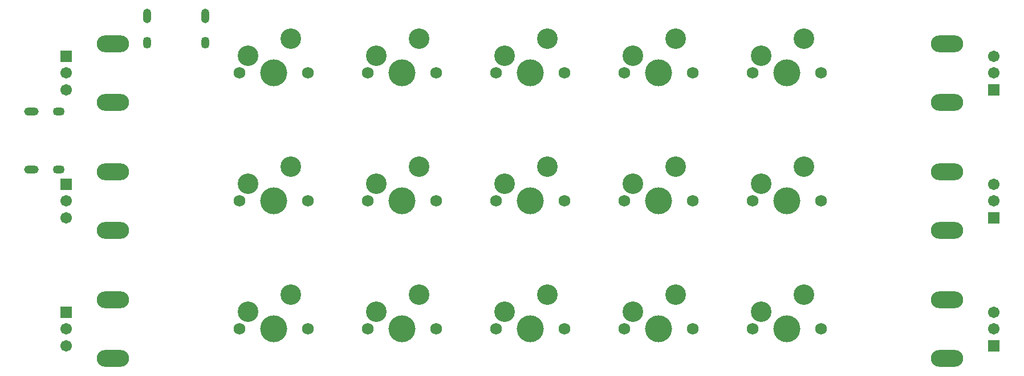
<source format=gbr>
%TF.GenerationSoftware,KiCad,Pcbnew,8.0.5*%
%TF.CreationDate,2024-11-23T20:31:31+11:00*%
%TF.ProjectId,Macro Mixer,4d616372-6f20-44d6-9978-65722e6b6963,rev?*%
%TF.SameCoordinates,Original*%
%TF.FileFunction,Soldermask,Top*%
%TF.FilePolarity,Negative*%
%FSLAX46Y46*%
G04 Gerber Fmt 4.6, Leading zero omitted, Abs format (unit mm)*
G04 Created by KiCad (PCBNEW 8.0.5) date 2024-11-23 20:31:31*
%MOMM*%
%LPD*%
G01*
G04 APERTURE LIST*
G04 Aperture macros list*
%AMRoundRect*
0 Rectangle with rounded corners*
0 $1 Rounding radius*
0 $2 $3 $4 $5 $6 $7 $8 $9 X,Y pos of 4 corners*
0 Add a 4 corners polygon primitive as box body*
4,1,4,$2,$3,$4,$5,$6,$7,$8,$9,$2,$3,0*
0 Add four circle primitives for the rounded corners*
1,1,$1+$1,$2,$3*
1,1,$1+$1,$4,$5*
1,1,$1+$1,$6,$7*
1,1,$1+$1,$8,$9*
0 Add four rect primitives between the rounded corners*
20,1,$1+$1,$2,$3,$4,$5,0*
20,1,$1+$1,$4,$5,$6,$7,0*
20,1,$1+$1,$6,$7,$8,$9,0*
20,1,$1+$1,$8,$9,$2,$3,0*%
G04 Aperture macros list end*
%ADD10RoundRect,0.102000X0.754000X-0.754000X0.754000X0.754000X-0.754000X0.754000X-0.754000X-0.754000X0*%
%ADD11C,1.712000*%
%ADD12O,4.804000X2.504000*%
%ADD13RoundRect,0.102000X-0.754000X0.754000X-0.754000X-0.754000X0.754000X-0.754000X0.754000X0.754000X0*%
%ADD14C,1.750000*%
%ADD15C,3.050000*%
%ADD16C,4.000000*%
%ADD17O,1.254000X1.754000*%
%ADD18O,1.254000X2.154000*%
%ADD19O,1.754000X1.254000*%
%ADD20O,2.154000X1.254000*%
G04 APERTURE END LIST*
D10*
%TO.C,R21*%
X221412500Y-102512500D03*
D11*
X221412500Y-100012500D03*
X221412500Y-97512500D03*
D12*
X214412500Y-104412500D03*
X214412500Y-95612500D03*
%TD*%
D13*
%TO.C,R40*%
X83587500Y-78462500D03*
D11*
X83587500Y-80962500D03*
X83587500Y-83462500D03*
D12*
X90587500Y-76562500D03*
X90587500Y-85362500D03*
%TD*%
D14*
%TO.C,SW3*%
X147420000Y-80962500D03*
D15*
X148690000Y-78422500D03*
D16*
X152500000Y-80962500D03*
D15*
X155040000Y-75882500D03*
D14*
X157580000Y-80962500D03*
%TD*%
%TO.C,SW14*%
X166470000Y-119062500D03*
D15*
X167740000Y-116522500D03*
D16*
X171550000Y-119062500D03*
D15*
X174090000Y-113982500D03*
D14*
X176630000Y-119062500D03*
%TD*%
D10*
%TO.C,R18*%
X221412500Y-121562500D03*
D11*
X221412500Y-119062500D03*
X221412500Y-116562500D03*
D12*
X214412500Y-123462500D03*
X214412500Y-114662500D03*
%TD*%
D14*
%TO.C,SW7*%
X128370000Y-100012500D03*
D15*
X129640000Y-97472500D03*
D16*
X133450000Y-100012500D03*
D15*
X135990000Y-94932500D03*
D14*
X138530000Y-100012500D03*
%TD*%
%TO.C,SW15*%
X185520000Y-119062500D03*
D15*
X186790000Y-116522500D03*
D16*
X190600000Y-119062500D03*
D15*
X193140000Y-113982500D03*
D14*
X195680000Y-119062500D03*
%TD*%
%TO.C,SW4*%
X166470000Y-80962500D03*
D15*
X167740000Y-78422500D03*
D16*
X171550000Y-80962500D03*
D15*
X174090000Y-75882500D03*
D14*
X176630000Y-80962500D03*
%TD*%
%TO.C,SW8*%
X147420000Y-100012500D03*
D15*
X148690000Y-97472500D03*
D16*
X152500000Y-100012500D03*
D15*
X155040000Y-94932500D03*
D14*
X157580000Y-100012500D03*
%TD*%
D10*
%TO.C,R24*%
X221412500Y-83462500D03*
D11*
X221412500Y-80962500D03*
X221412500Y-78462500D03*
D12*
X214412500Y-85362500D03*
X214412500Y-76562500D03*
%TD*%
D14*
%TO.C,SW10*%
X185520000Y-100012500D03*
D15*
X186790000Y-97472500D03*
D16*
X190600000Y-100012500D03*
D15*
X193140000Y-94932500D03*
D14*
X195680000Y-100012500D03*
%TD*%
D13*
%TO.C,R37*%
X83587500Y-97512500D03*
D11*
X83587500Y-100012500D03*
X83587500Y-102512500D03*
D12*
X90587500Y-95612500D03*
X90587500Y-104412500D03*
%TD*%
D14*
%TO.C,SW13*%
X147420000Y-119062500D03*
D15*
X148690000Y-116522500D03*
D16*
X152500000Y-119062500D03*
D15*
X155040000Y-113982500D03*
D14*
X157580000Y-119062500D03*
%TD*%
%TO.C,SW1*%
X109320000Y-80962500D03*
D15*
X110590000Y-78422500D03*
D16*
X114400000Y-80962500D03*
D15*
X116940000Y-75882500D03*
D14*
X119480000Y-80962500D03*
%TD*%
%TO.C,SW9*%
X166470000Y-100012500D03*
D15*
X167740000Y-97472500D03*
D16*
X171550000Y-100012500D03*
D15*
X174090000Y-94932500D03*
D14*
X176630000Y-100012500D03*
%TD*%
D13*
%TO.C,R34*%
X83587500Y-116562500D03*
D11*
X83587500Y-119062500D03*
X83587500Y-121562500D03*
D12*
X90587500Y-114662500D03*
X90587500Y-123462500D03*
%TD*%
D14*
%TO.C,SW6*%
X109320000Y-100012500D03*
D15*
X110590000Y-97472500D03*
D16*
X114400000Y-100012500D03*
D15*
X116940000Y-94932500D03*
D14*
X119480000Y-100012500D03*
%TD*%
%TO.C,SW11*%
X109320000Y-119062500D03*
D15*
X110590000Y-116522500D03*
D16*
X114400000Y-119062500D03*
D15*
X116940000Y-113982500D03*
D14*
X119480000Y-119062500D03*
%TD*%
%TO.C,SW12*%
X128370000Y-119062500D03*
D15*
X129640000Y-116522500D03*
D16*
X133450000Y-119062500D03*
D15*
X135990000Y-113982500D03*
D14*
X138530000Y-119062500D03*
%TD*%
%TO.C,SW2*%
X128370000Y-80962500D03*
D15*
X129640000Y-78422500D03*
D16*
X133450000Y-80962500D03*
D15*
X135990000Y-75882500D03*
D14*
X138530000Y-80962500D03*
%TD*%
%TO.C,SW5*%
X185520000Y-80962500D03*
D15*
X186790000Y-78422500D03*
D16*
X190600000Y-80962500D03*
D15*
X193140000Y-75882500D03*
D14*
X195680000Y-80962500D03*
%TD*%
D17*
%TO.C,J1*%
X95680000Y-76475000D03*
X104320000Y-76475000D03*
D18*
X95680000Y-72475000D03*
X104320000Y-72475000D03*
%TD*%
D19*
%TO.C,J2*%
X82500000Y-95320000D03*
X82500000Y-86680000D03*
D20*
X78500000Y-95320000D03*
X78500000Y-86680000D03*
%TD*%
M02*

</source>
